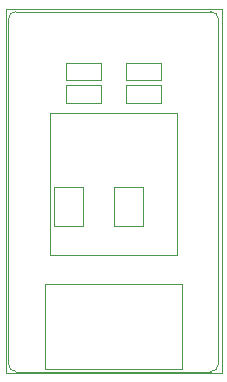
<source format=gbr>
%TF.GenerationSoftware,KiCad,Pcbnew,5.1.5+dfsg1-2~bpo10+1*%
%TF.CreationDate,Date%
%TF.ProjectId,ProMicro_ANA,50726f4d-6963-4726-9f5f-414e412e6b69,v1.0*%
%TF.SameCoordinates,Original*%
%TF.FileFunction,Other,User*%
%FSLAX45Y45*%
G04 Gerber Fmt 4.5, Leading zero omitted, Abs format (unit mm)*
G04 Created by KiCad*
%MOMM*%
%LPD*%
G04 APERTURE LIST*
%ADD10C,0.100000*%
%ADD11C,0.050000*%
G04 APERTURE END LIST*
D10*
X-63500Y-127000D02*
G75*
G02X-127000Y-63500I0J63500D01*
G01*
X1651000Y-63500D02*
G75*
G02X1587500Y-127000I-63500J0D01*
G01*
X1587500Y2921000D02*
G75*
G02X1651000Y2857500I0J-63500D01*
G01*
X-127000Y2857500D02*
G75*
G02X-63500Y2921000I63500J0D01*
G01*
X-127000Y-63500D02*
X-127000Y2857500D01*
X1587500Y-127000D02*
X-63500Y-127000D01*
X1651000Y2857500D02*
X1651000Y-63500D01*
X-63500Y2921000D02*
X1587500Y2921000D01*
D11*
X-150000Y2944000D02*
X1680000Y2944000D01*
X-150000Y2944000D02*
X-150000Y-136000D01*
X1680000Y-136000D02*
X1680000Y2944000D01*
X1680000Y-136000D02*
X-150000Y-136000D01*
X1014000Y1435000D02*
X1014000Y1105000D01*
X1014000Y1435000D02*
X764000Y1435000D01*
X764000Y1105000D02*
X1014000Y1105000D01*
X764000Y1105000D02*
X764000Y1435000D01*
X506000Y1435000D02*
X506000Y1105000D01*
X506000Y1435000D02*
X256000Y1435000D01*
X256000Y1105000D02*
X506000Y1105000D01*
X256000Y1105000D02*
X256000Y1435000D01*
X868000Y2486000D02*
X1164000Y2486000D01*
X868000Y2340000D02*
X868000Y2486000D01*
X1164000Y2340000D02*
X868000Y2340000D01*
X1164000Y2486000D02*
X1164000Y2340000D01*
X656000Y2340000D02*
X360000Y2340000D01*
X656000Y2486000D02*
X656000Y2340000D01*
X360000Y2486000D02*
X656000Y2486000D01*
X360000Y2340000D02*
X360000Y2486000D01*
X868000Y2295500D02*
X1164000Y2295500D01*
X868000Y2149500D02*
X868000Y2295500D01*
X1164000Y2149500D02*
X868000Y2149500D01*
X1164000Y2295500D02*
X1164000Y2149500D01*
X360000Y2295500D02*
X656000Y2295500D01*
X360000Y2149500D02*
X360000Y2295500D01*
X656000Y2149500D02*
X360000Y2149500D01*
X656000Y2295500D02*
X656000Y2149500D01*
X1344000Y614000D02*
X181000Y614000D01*
X1344000Y-106000D02*
X1344000Y614000D01*
X181000Y-106000D02*
X1344000Y-106000D01*
X181000Y614000D02*
X181000Y-106000D01*
X1297000Y855500D02*
X1297000Y2065500D01*
X227000Y855500D02*
X1297000Y855500D01*
X227000Y2065500D02*
X227000Y855500D01*
X1297000Y2065500D02*
X227000Y2065500D01*
M02*

</source>
